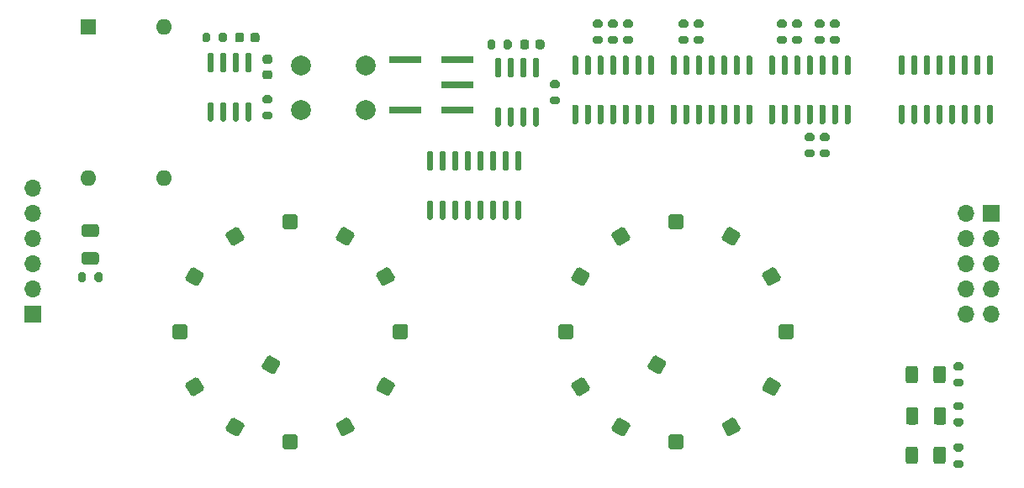
<source format=gbr>
%TF.GenerationSoftware,KiCad,Pcbnew,(5.1.10-1-10_14)*%
%TF.CreationDate,2021-09-11T23:53:04-04:00*%
%TF.ProjectId,clock,636c6f63-6b2e-46b6-9963-61645f706362,rev?*%
%TF.SameCoordinates,Original*%
%TF.FileFunction,Soldermask,Top*%
%TF.FilePolarity,Negative*%
%FSLAX46Y46*%
G04 Gerber Fmt 4.6, Leading zero omitted, Abs format (unit mm)*
G04 Created by KiCad (PCBNEW (5.1.10-1-10_14)) date 2021-09-11 23:53:04*
%MOMM*%
%LPD*%
G01*
G04 APERTURE LIST*
%ADD10R,1.600000X1.600000*%
%ADD11O,1.600000X1.600000*%
%ADD12R,3.180000X0.760000*%
%ADD13C,2.000000*%
%ADD14O,1.700000X1.700000*%
%ADD15R,1.700000X1.700000*%
G04 APERTURE END LIST*
%TO.C,U12*%
G36*
G01*
X132705000Y-116695000D02*
X132705000Y-116145000D01*
G75*
G02*
X132905000Y-115945000I200000J0D01*
G01*
X133305000Y-115945000D01*
G75*
G02*
X133505000Y-116145000I0J-200000D01*
G01*
X133505000Y-116695000D01*
G75*
G02*
X133305000Y-116895000I-200000J0D01*
G01*
X132905000Y-116895000D01*
G75*
G02*
X132705000Y-116695000I0J200000D01*
G01*
G37*
G36*
G01*
X131055000Y-116695000D02*
X131055000Y-116145000D01*
G75*
G02*
X131255000Y-115945000I200000J0D01*
G01*
X131655000Y-115945000D01*
G75*
G02*
X131855000Y-116145000I0J-200000D01*
G01*
X131855000Y-116695000D01*
G75*
G02*
X131655000Y-116895000I-200000J0D01*
G01*
X131255000Y-116895000D01*
G75*
G02*
X131055000Y-116695000I0J200000D01*
G01*
G37*
%TD*%
%TO.C,U11*%
G36*
G01*
X132899000Y-112351000D02*
X131649000Y-112351000D01*
G75*
G02*
X131399000Y-112101000I0J250000D01*
G01*
X131399000Y-111351000D01*
G75*
G02*
X131649000Y-111101000I250000J0D01*
G01*
X132899000Y-111101000D01*
G75*
G02*
X133149000Y-111351000I0J-250000D01*
G01*
X133149000Y-112101000D01*
G75*
G02*
X132899000Y-112351000I-250000J0D01*
G01*
G37*
G36*
G01*
X132899000Y-115151000D02*
X131649000Y-115151000D01*
G75*
G02*
X131399000Y-114901000I0J250000D01*
G01*
X131399000Y-114151000D01*
G75*
G02*
X131649000Y-113901000I250000J0D01*
G01*
X132899000Y-113901000D01*
G75*
G02*
X133149000Y-114151000I0J-250000D01*
G01*
X133149000Y-114901000D01*
G75*
G02*
X132899000Y-115151000I-250000J0D01*
G01*
G37*
%TD*%
%TO.C,U20*%
G36*
G01*
X144355000Y-91995000D02*
X144355000Y-92545000D01*
G75*
G02*
X144155000Y-92745000I-200000J0D01*
G01*
X143755000Y-92745000D01*
G75*
G02*
X143555000Y-92545000I0J200000D01*
G01*
X143555000Y-91995000D01*
G75*
G02*
X143755000Y-91795000I200000J0D01*
G01*
X144155000Y-91795000D01*
G75*
G02*
X144355000Y-91995000I0J-200000D01*
G01*
G37*
G36*
G01*
X146005000Y-91995000D02*
X146005000Y-92545000D01*
G75*
G02*
X145805000Y-92745000I-200000J0D01*
G01*
X145405000Y-92745000D01*
G75*
G02*
X145205000Y-92545000I0J200000D01*
G01*
X145205000Y-91995000D01*
G75*
G02*
X145405000Y-91795000I200000J0D01*
G01*
X145805000Y-91795000D01*
G75*
G02*
X146005000Y-91995000I0J-200000D01*
G01*
G37*
%TD*%
%TO.C,U23*%
G36*
G01*
X173505000Y-96290000D02*
X173205000Y-96290000D01*
G75*
G02*
X173055000Y-96140000I0J150000D01*
G01*
X173055000Y-94490000D01*
G75*
G02*
X173205000Y-94340000I150000J0D01*
G01*
X173505000Y-94340000D01*
G75*
G02*
X173655000Y-94490000I0J-150000D01*
G01*
X173655000Y-96140000D01*
G75*
G02*
X173505000Y-96290000I-150000J0D01*
G01*
G37*
G36*
G01*
X174775000Y-96290000D02*
X174475000Y-96290000D01*
G75*
G02*
X174325000Y-96140000I0J150000D01*
G01*
X174325000Y-94490000D01*
G75*
G02*
X174475000Y-94340000I150000J0D01*
G01*
X174775000Y-94340000D01*
G75*
G02*
X174925000Y-94490000I0J-150000D01*
G01*
X174925000Y-96140000D01*
G75*
G02*
X174775000Y-96290000I-150000J0D01*
G01*
G37*
G36*
G01*
X176045000Y-96290000D02*
X175745000Y-96290000D01*
G75*
G02*
X175595000Y-96140000I0J150000D01*
G01*
X175595000Y-94490000D01*
G75*
G02*
X175745000Y-94340000I150000J0D01*
G01*
X176045000Y-94340000D01*
G75*
G02*
X176195000Y-94490000I0J-150000D01*
G01*
X176195000Y-96140000D01*
G75*
G02*
X176045000Y-96290000I-150000J0D01*
G01*
G37*
G36*
G01*
X177315000Y-96290000D02*
X177015000Y-96290000D01*
G75*
G02*
X176865000Y-96140000I0J150000D01*
G01*
X176865000Y-94490000D01*
G75*
G02*
X177015000Y-94340000I150000J0D01*
G01*
X177315000Y-94340000D01*
G75*
G02*
X177465000Y-94490000I0J-150000D01*
G01*
X177465000Y-96140000D01*
G75*
G02*
X177315000Y-96290000I-150000J0D01*
G01*
G37*
G36*
G01*
X177315000Y-101240000D02*
X177015000Y-101240000D01*
G75*
G02*
X176865000Y-101090000I0J150000D01*
G01*
X176865000Y-99440000D01*
G75*
G02*
X177015000Y-99290000I150000J0D01*
G01*
X177315000Y-99290000D01*
G75*
G02*
X177465000Y-99440000I0J-150000D01*
G01*
X177465000Y-101090000D01*
G75*
G02*
X177315000Y-101240000I-150000J0D01*
G01*
G37*
G36*
G01*
X176045000Y-101240000D02*
X175745000Y-101240000D01*
G75*
G02*
X175595000Y-101090000I0J150000D01*
G01*
X175595000Y-99440000D01*
G75*
G02*
X175745000Y-99290000I150000J0D01*
G01*
X176045000Y-99290000D01*
G75*
G02*
X176195000Y-99440000I0J-150000D01*
G01*
X176195000Y-101090000D01*
G75*
G02*
X176045000Y-101240000I-150000J0D01*
G01*
G37*
G36*
G01*
X174775000Y-101240000D02*
X174475000Y-101240000D01*
G75*
G02*
X174325000Y-101090000I0J150000D01*
G01*
X174325000Y-99440000D01*
G75*
G02*
X174475000Y-99290000I150000J0D01*
G01*
X174775000Y-99290000D01*
G75*
G02*
X174925000Y-99440000I0J-150000D01*
G01*
X174925000Y-101090000D01*
G75*
G02*
X174775000Y-101240000I-150000J0D01*
G01*
G37*
G36*
G01*
X173505000Y-101240000D02*
X173205000Y-101240000D01*
G75*
G02*
X173055000Y-101090000I0J150000D01*
G01*
X173055000Y-99440000D01*
G75*
G02*
X173205000Y-99290000I150000J0D01*
G01*
X173505000Y-99290000D01*
G75*
G02*
X173655000Y-99440000I0J-150000D01*
G01*
X173655000Y-101090000D01*
G75*
G02*
X173505000Y-101240000I-150000J0D01*
G01*
G37*
%TD*%
%TO.C,U22*%
G36*
G01*
X179345000Y-97365000D02*
X178795000Y-97365000D01*
G75*
G02*
X178595000Y-97165000I0J200000D01*
G01*
X178595000Y-96765000D01*
G75*
G02*
X178795000Y-96565000I200000J0D01*
G01*
X179345000Y-96565000D01*
G75*
G02*
X179545000Y-96765000I0J-200000D01*
G01*
X179545000Y-97165000D01*
G75*
G02*
X179345000Y-97365000I-200000J0D01*
G01*
G37*
G36*
G01*
X179345000Y-99015000D02*
X178795000Y-99015000D01*
G75*
G02*
X178595000Y-98815000I0J200000D01*
G01*
X178595000Y-98415000D01*
G75*
G02*
X178795000Y-98215000I200000J0D01*
G01*
X179345000Y-98215000D01*
G75*
G02*
X179545000Y-98415000I0J-200000D01*
G01*
X179545000Y-98815000D01*
G75*
G02*
X179345000Y-99015000I-200000J0D01*
G01*
G37*
%TD*%
%TO.C,U21*%
G36*
G01*
X173907000Y-93239000D02*
X173907000Y-92689000D01*
G75*
G02*
X174107000Y-92489000I200000J0D01*
G01*
X174507000Y-92489000D01*
G75*
G02*
X174707000Y-92689000I0J-200000D01*
G01*
X174707000Y-93239000D01*
G75*
G02*
X174507000Y-93439000I-200000J0D01*
G01*
X174107000Y-93439000D01*
G75*
G02*
X173907000Y-93239000I0J200000D01*
G01*
G37*
G36*
G01*
X172257000Y-93239000D02*
X172257000Y-92689000D01*
G75*
G02*
X172457000Y-92489000I200000J0D01*
G01*
X172857000Y-92489000D01*
G75*
G02*
X173057000Y-92689000I0J-200000D01*
G01*
X173057000Y-93239000D01*
G75*
G02*
X172857000Y-93439000I-200000J0D01*
G01*
X172457000Y-93439000D01*
G75*
G02*
X172257000Y-93239000I0J200000D01*
G01*
G37*
%TD*%
%TO.C,U19*%
G36*
G01*
X144549000Y-95782000D02*
X144249000Y-95782000D01*
G75*
G02*
X144099000Y-95632000I0J150000D01*
G01*
X144099000Y-93982000D01*
G75*
G02*
X144249000Y-93832000I150000J0D01*
G01*
X144549000Y-93832000D01*
G75*
G02*
X144699000Y-93982000I0J-150000D01*
G01*
X144699000Y-95632000D01*
G75*
G02*
X144549000Y-95782000I-150000J0D01*
G01*
G37*
G36*
G01*
X145819000Y-95782000D02*
X145519000Y-95782000D01*
G75*
G02*
X145369000Y-95632000I0J150000D01*
G01*
X145369000Y-93982000D01*
G75*
G02*
X145519000Y-93832000I150000J0D01*
G01*
X145819000Y-93832000D01*
G75*
G02*
X145969000Y-93982000I0J-150000D01*
G01*
X145969000Y-95632000D01*
G75*
G02*
X145819000Y-95782000I-150000J0D01*
G01*
G37*
G36*
G01*
X147089000Y-95782000D02*
X146789000Y-95782000D01*
G75*
G02*
X146639000Y-95632000I0J150000D01*
G01*
X146639000Y-93982000D01*
G75*
G02*
X146789000Y-93832000I150000J0D01*
G01*
X147089000Y-93832000D01*
G75*
G02*
X147239000Y-93982000I0J-150000D01*
G01*
X147239000Y-95632000D01*
G75*
G02*
X147089000Y-95782000I-150000J0D01*
G01*
G37*
G36*
G01*
X148359000Y-95782000D02*
X148059000Y-95782000D01*
G75*
G02*
X147909000Y-95632000I0J150000D01*
G01*
X147909000Y-93982000D01*
G75*
G02*
X148059000Y-93832000I150000J0D01*
G01*
X148359000Y-93832000D01*
G75*
G02*
X148509000Y-93982000I0J-150000D01*
G01*
X148509000Y-95632000D01*
G75*
G02*
X148359000Y-95782000I-150000J0D01*
G01*
G37*
G36*
G01*
X148359000Y-100732000D02*
X148059000Y-100732000D01*
G75*
G02*
X147909000Y-100582000I0J150000D01*
G01*
X147909000Y-98932000D01*
G75*
G02*
X148059000Y-98782000I150000J0D01*
G01*
X148359000Y-98782000D01*
G75*
G02*
X148509000Y-98932000I0J-150000D01*
G01*
X148509000Y-100582000D01*
G75*
G02*
X148359000Y-100732000I-150000J0D01*
G01*
G37*
G36*
G01*
X147089000Y-100732000D02*
X146789000Y-100732000D01*
G75*
G02*
X146639000Y-100582000I0J150000D01*
G01*
X146639000Y-98932000D01*
G75*
G02*
X146789000Y-98782000I150000J0D01*
G01*
X147089000Y-98782000D01*
G75*
G02*
X147239000Y-98932000I0J-150000D01*
G01*
X147239000Y-100582000D01*
G75*
G02*
X147089000Y-100732000I-150000J0D01*
G01*
G37*
G36*
G01*
X145819000Y-100732000D02*
X145519000Y-100732000D01*
G75*
G02*
X145369000Y-100582000I0J150000D01*
G01*
X145369000Y-98932000D01*
G75*
G02*
X145519000Y-98782000I150000J0D01*
G01*
X145819000Y-98782000D01*
G75*
G02*
X145969000Y-98932000I0J-150000D01*
G01*
X145969000Y-100582000D01*
G75*
G02*
X145819000Y-100732000I-150000J0D01*
G01*
G37*
G36*
G01*
X144549000Y-100732000D02*
X144249000Y-100732000D01*
G75*
G02*
X144099000Y-100582000I0J150000D01*
G01*
X144099000Y-98932000D01*
G75*
G02*
X144249000Y-98782000I150000J0D01*
G01*
X144549000Y-98782000D01*
G75*
G02*
X144699000Y-98932000I0J-150000D01*
G01*
X144699000Y-100582000D01*
G75*
G02*
X144549000Y-100732000I-150000J0D01*
G01*
G37*
%TD*%
%TO.C,U13*%
G36*
G01*
X150389000Y-98889000D02*
X149839000Y-98889000D01*
G75*
G02*
X149639000Y-98689000I0J200000D01*
G01*
X149639000Y-98289000D01*
G75*
G02*
X149839000Y-98089000I200000J0D01*
G01*
X150389000Y-98089000D01*
G75*
G02*
X150589000Y-98289000I0J-200000D01*
G01*
X150589000Y-98689000D01*
G75*
G02*
X150389000Y-98889000I-200000J0D01*
G01*
G37*
G36*
G01*
X150389000Y-100539000D02*
X149839000Y-100539000D01*
G75*
G02*
X149639000Y-100339000I0J200000D01*
G01*
X149639000Y-99939000D01*
G75*
G02*
X149839000Y-99739000I200000J0D01*
G01*
X150389000Y-99739000D01*
G75*
G02*
X150589000Y-99939000I0J-200000D01*
G01*
X150589000Y-100339000D01*
G75*
G02*
X150389000Y-100539000I-200000J0D01*
G01*
G37*
%TD*%
%TO.C,U3*%
G36*
G01*
X214145000Y-96036000D02*
X213845000Y-96036000D01*
G75*
G02*
X213695000Y-95886000I0J150000D01*
G01*
X213695000Y-94236000D01*
G75*
G02*
X213845000Y-94086000I150000J0D01*
G01*
X214145000Y-94086000D01*
G75*
G02*
X214295000Y-94236000I0J-150000D01*
G01*
X214295000Y-95886000D01*
G75*
G02*
X214145000Y-96036000I-150000J0D01*
G01*
G37*
G36*
G01*
X215415000Y-96036000D02*
X215115000Y-96036000D01*
G75*
G02*
X214965000Y-95886000I0J150000D01*
G01*
X214965000Y-94236000D01*
G75*
G02*
X215115000Y-94086000I150000J0D01*
G01*
X215415000Y-94086000D01*
G75*
G02*
X215565000Y-94236000I0J-150000D01*
G01*
X215565000Y-95886000D01*
G75*
G02*
X215415000Y-96036000I-150000J0D01*
G01*
G37*
G36*
G01*
X216685000Y-96036000D02*
X216385000Y-96036000D01*
G75*
G02*
X216235000Y-95886000I0J150000D01*
G01*
X216235000Y-94236000D01*
G75*
G02*
X216385000Y-94086000I150000J0D01*
G01*
X216685000Y-94086000D01*
G75*
G02*
X216835000Y-94236000I0J-150000D01*
G01*
X216835000Y-95886000D01*
G75*
G02*
X216685000Y-96036000I-150000J0D01*
G01*
G37*
G36*
G01*
X217955000Y-96036000D02*
X217655000Y-96036000D01*
G75*
G02*
X217505000Y-95886000I0J150000D01*
G01*
X217505000Y-94236000D01*
G75*
G02*
X217655000Y-94086000I150000J0D01*
G01*
X217955000Y-94086000D01*
G75*
G02*
X218105000Y-94236000I0J-150000D01*
G01*
X218105000Y-95886000D01*
G75*
G02*
X217955000Y-96036000I-150000J0D01*
G01*
G37*
G36*
G01*
X219225000Y-96036000D02*
X218925000Y-96036000D01*
G75*
G02*
X218775000Y-95886000I0J150000D01*
G01*
X218775000Y-94236000D01*
G75*
G02*
X218925000Y-94086000I150000J0D01*
G01*
X219225000Y-94086000D01*
G75*
G02*
X219375000Y-94236000I0J-150000D01*
G01*
X219375000Y-95886000D01*
G75*
G02*
X219225000Y-96036000I-150000J0D01*
G01*
G37*
G36*
G01*
X220495000Y-96036000D02*
X220195000Y-96036000D01*
G75*
G02*
X220045000Y-95886000I0J150000D01*
G01*
X220045000Y-94236000D01*
G75*
G02*
X220195000Y-94086000I150000J0D01*
G01*
X220495000Y-94086000D01*
G75*
G02*
X220645000Y-94236000I0J-150000D01*
G01*
X220645000Y-95886000D01*
G75*
G02*
X220495000Y-96036000I-150000J0D01*
G01*
G37*
G36*
G01*
X221765000Y-96036000D02*
X221465000Y-96036000D01*
G75*
G02*
X221315000Y-95886000I0J150000D01*
G01*
X221315000Y-94236000D01*
G75*
G02*
X221465000Y-94086000I150000J0D01*
G01*
X221765000Y-94086000D01*
G75*
G02*
X221915000Y-94236000I0J-150000D01*
G01*
X221915000Y-95886000D01*
G75*
G02*
X221765000Y-96036000I-150000J0D01*
G01*
G37*
G36*
G01*
X223035000Y-96036000D02*
X222735000Y-96036000D01*
G75*
G02*
X222585000Y-95886000I0J150000D01*
G01*
X222585000Y-94236000D01*
G75*
G02*
X222735000Y-94086000I150000J0D01*
G01*
X223035000Y-94086000D01*
G75*
G02*
X223185000Y-94236000I0J-150000D01*
G01*
X223185000Y-95886000D01*
G75*
G02*
X223035000Y-96036000I-150000J0D01*
G01*
G37*
G36*
G01*
X223035000Y-100986000D02*
X222735000Y-100986000D01*
G75*
G02*
X222585000Y-100836000I0J150000D01*
G01*
X222585000Y-99186000D01*
G75*
G02*
X222735000Y-99036000I150000J0D01*
G01*
X223035000Y-99036000D01*
G75*
G02*
X223185000Y-99186000I0J-150000D01*
G01*
X223185000Y-100836000D01*
G75*
G02*
X223035000Y-100986000I-150000J0D01*
G01*
G37*
G36*
G01*
X221765000Y-100986000D02*
X221465000Y-100986000D01*
G75*
G02*
X221315000Y-100836000I0J150000D01*
G01*
X221315000Y-99186000D01*
G75*
G02*
X221465000Y-99036000I150000J0D01*
G01*
X221765000Y-99036000D01*
G75*
G02*
X221915000Y-99186000I0J-150000D01*
G01*
X221915000Y-100836000D01*
G75*
G02*
X221765000Y-100986000I-150000J0D01*
G01*
G37*
G36*
G01*
X220495000Y-100986000D02*
X220195000Y-100986000D01*
G75*
G02*
X220045000Y-100836000I0J150000D01*
G01*
X220045000Y-99186000D01*
G75*
G02*
X220195000Y-99036000I150000J0D01*
G01*
X220495000Y-99036000D01*
G75*
G02*
X220645000Y-99186000I0J-150000D01*
G01*
X220645000Y-100836000D01*
G75*
G02*
X220495000Y-100986000I-150000J0D01*
G01*
G37*
G36*
G01*
X219225000Y-100986000D02*
X218925000Y-100986000D01*
G75*
G02*
X218775000Y-100836000I0J150000D01*
G01*
X218775000Y-99186000D01*
G75*
G02*
X218925000Y-99036000I150000J0D01*
G01*
X219225000Y-99036000D01*
G75*
G02*
X219375000Y-99186000I0J-150000D01*
G01*
X219375000Y-100836000D01*
G75*
G02*
X219225000Y-100986000I-150000J0D01*
G01*
G37*
G36*
G01*
X217955000Y-100986000D02*
X217655000Y-100986000D01*
G75*
G02*
X217505000Y-100836000I0J150000D01*
G01*
X217505000Y-99186000D01*
G75*
G02*
X217655000Y-99036000I150000J0D01*
G01*
X217955000Y-99036000D01*
G75*
G02*
X218105000Y-99186000I0J-150000D01*
G01*
X218105000Y-100836000D01*
G75*
G02*
X217955000Y-100986000I-150000J0D01*
G01*
G37*
G36*
G01*
X216685000Y-100986000D02*
X216385000Y-100986000D01*
G75*
G02*
X216235000Y-100836000I0J150000D01*
G01*
X216235000Y-99186000D01*
G75*
G02*
X216385000Y-99036000I150000J0D01*
G01*
X216685000Y-99036000D01*
G75*
G02*
X216835000Y-99186000I0J-150000D01*
G01*
X216835000Y-100836000D01*
G75*
G02*
X216685000Y-100986000I-150000J0D01*
G01*
G37*
G36*
G01*
X215415000Y-100986000D02*
X215115000Y-100986000D01*
G75*
G02*
X214965000Y-100836000I0J150000D01*
G01*
X214965000Y-99186000D01*
G75*
G02*
X215115000Y-99036000I150000J0D01*
G01*
X215415000Y-99036000D01*
G75*
G02*
X215565000Y-99186000I0J-150000D01*
G01*
X215565000Y-100836000D01*
G75*
G02*
X215415000Y-100986000I-150000J0D01*
G01*
G37*
G36*
G01*
X214145000Y-100986000D02*
X213845000Y-100986000D01*
G75*
G02*
X213695000Y-100836000I0J150000D01*
G01*
X213695000Y-99186000D01*
G75*
G02*
X213845000Y-99036000I150000J0D01*
G01*
X214145000Y-99036000D01*
G75*
G02*
X214295000Y-99186000I0J-150000D01*
G01*
X214295000Y-100836000D01*
G75*
G02*
X214145000Y-100986000I-150000J0D01*
G01*
G37*
%TD*%
%TO.C,U2*%
G36*
G01*
X166647000Y-105688000D02*
X166347000Y-105688000D01*
G75*
G02*
X166197000Y-105538000I0J150000D01*
G01*
X166197000Y-103888000D01*
G75*
G02*
X166347000Y-103738000I150000J0D01*
G01*
X166647000Y-103738000D01*
G75*
G02*
X166797000Y-103888000I0J-150000D01*
G01*
X166797000Y-105538000D01*
G75*
G02*
X166647000Y-105688000I-150000J0D01*
G01*
G37*
G36*
G01*
X167917000Y-105688000D02*
X167617000Y-105688000D01*
G75*
G02*
X167467000Y-105538000I0J150000D01*
G01*
X167467000Y-103888000D01*
G75*
G02*
X167617000Y-103738000I150000J0D01*
G01*
X167917000Y-103738000D01*
G75*
G02*
X168067000Y-103888000I0J-150000D01*
G01*
X168067000Y-105538000D01*
G75*
G02*
X167917000Y-105688000I-150000J0D01*
G01*
G37*
G36*
G01*
X169187000Y-105688000D02*
X168887000Y-105688000D01*
G75*
G02*
X168737000Y-105538000I0J150000D01*
G01*
X168737000Y-103888000D01*
G75*
G02*
X168887000Y-103738000I150000J0D01*
G01*
X169187000Y-103738000D01*
G75*
G02*
X169337000Y-103888000I0J-150000D01*
G01*
X169337000Y-105538000D01*
G75*
G02*
X169187000Y-105688000I-150000J0D01*
G01*
G37*
G36*
G01*
X170457000Y-105688000D02*
X170157000Y-105688000D01*
G75*
G02*
X170007000Y-105538000I0J150000D01*
G01*
X170007000Y-103888000D01*
G75*
G02*
X170157000Y-103738000I150000J0D01*
G01*
X170457000Y-103738000D01*
G75*
G02*
X170607000Y-103888000I0J-150000D01*
G01*
X170607000Y-105538000D01*
G75*
G02*
X170457000Y-105688000I-150000J0D01*
G01*
G37*
G36*
G01*
X171727000Y-105688000D02*
X171427000Y-105688000D01*
G75*
G02*
X171277000Y-105538000I0J150000D01*
G01*
X171277000Y-103888000D01*
G75*
G02*
X171427000Y-103738000I150000J0D01*
G01*
X171727000Y-103738000D01*
G75*
G02*
X171877000Y-103888000I0J-150000D01*
G01*
X171877000Y-105538000D01*
G75*
G02*
X171727000Y-105688000I-150000J0D01*
G01*
G37*
G36*
G01*
X172997000Y-105688000D02*
X172697000Y-105688000D01*
G75*
G02*
X172547000Y-105538000I0J150000D01*
G01*
X172547000Y-103888000D01*
G75*
G02*
X172697000Y-103738000I150000J0D01*
G01*
X172997000Y-103738000D01*
G75*
G02*
X173147000Y-103888000I0J-150000D01*
G01*
X173147000Y-105538000D01*
G75*
G02*
X172997000Y-105688000I-150000J0D01*
G01*
G37*
G36*
G01*
X174267000Y-105688000D02*
X173967000Y-105688000D01*
G75*
G02*
X173817000Y-105538000I0J150000D01*
G01*
X173817000Y-103888000D01*
G75*
G02*
X173967000Y-103738000I150000J0D01*
G01*
X174267000Y-103738000D01*
G75*
G02*
X174417000Y-103888000I0J-150000D01*
G01*
X174417000Y-105538000D01*
G75*
G02*
X174267000Y-105688000I-150000J0D01*
G01*
G37*
G36*
G01*
X175537000Y-105688000D02*
X175237000Y-105688000D01*
G75*
G02*
X175087000Y-105538000I0J150000D01*
G01*
X175087000Y-103888000D01*
G75*
G02*
X175237000Y-103738000I150000J0D01*
G01*
X175537000Y-103738000D01*
G75*
G02*
X175687000Y-103888000I0J-150000D01*
G01*
X175687000Y-105538000D01*
G75*
G02*
X175537000Y-105688000I-150000J0D01*
G01*
G37*
G36*
G01*
X175537000Y-110638000D02*
X175237000Y-110638000D01*
G75*
G02*
X175087000Y-110488000I0J150000D01*
G01*
X175087000Y-108838000D01*
G75*
G02*
X175237000Y-108688000I150000J0D01*
G01*
X175537000Y-108688000D01*
G75*
G02*
X175687000Y-108838000I0J-150000D01*
G01*
X175687000Y-110488000D01*
G75*
G02*
X175537000Y-110638000I-150000J0D01*
G01*
G37*
G36*
G01*
X174267000Y-110638000D02*
X173967000Y-110638000D01*
G75*
G02*
X173817000Y-110488000I0J150000D01*
G01*
X173817000Y-108838000D01*
G75*
G02*
X173967000Y-108688000I150000J0D01*
G01*
X174267000Y-108688000D01*
G75*
G02*
X174417000Y-108838000I0J-150000D01*
G01*
X174417000Y-110488000D01*
G75*
G02*
X174267000Y-110638000I-150000J0D01*
G01*
G37*
G36*
G01*
X172997000Y-110638000D02*
X172697000Y-110638000D01*
G75*
G02*
X172547000Y-110488000I0J150000D01*
G01*
X172547000Y-108838000D01*
G75*
G02*
X172697000Y-108688000I150000J0D01*
G01*
X172997000Y-108688000D01*
G75*
G02*
X173147000Y-108838000I0J-150000D01*
G01*
X173147000Y-110488000D01*
G75*
G02*
X172997000Y-110638000I-150000J0D01*
G01*
G37*
G36*
G01*
X171727000Y-110638000D02*
X171427000Y-110638000D01*
G75*
G02*
X171277000Y-110488000I0J150000D01*
G01*
X171277000Y-108838000D01*
G75*
G02*
X171427000Y-108688000I150000J0D01*
G01*
X171727000Y-108688000D01*
G75*
G02*
X171877000Y-108838000I0J-150000D01*
G01*
X171877000Y-110488000D01*
G75*
G02*
X171727000Y-110638000I-150000J0D01*
G01*
G37*
G36*
G01*
X170457000Y-110638000D02*
X170157000Y-110638000D01*
G75*
G02*
X170007000Y-110488000I0J150000D01*
G01*
X170007000Y-108838000D01*
G75*
G02*
X170157000Y-108688000I150000J0D01*
G01*
X170457000Y-108688000D01*
G75*
G02*
X170607000Y-108838000I0J-150000D01*
G01*
X170607000Y-110488000D01*
G75*
G02*
X170457000Y-110638000I-150000J0D01*
G01*
G37*
G36*
G01*
X169187000Y-110638000D02*
X168887000Y-110638000D01*
G75*
G02*
X168737000Y-110488000I0J150000D01*
G01*
X168737000Y-108838000D01*
G75*
G02*
X168887000Y-108688000I150000J0D01*
G01*
X169187000Y-108688000D01*
G75*
G02*
X169337000Y-108838000I0J-150000D01*
G01*
X169337000Y-110488000D01*
G75*
G02*
X169187000Y-110638000I-150000J0D01*
G01*
G37*
G36*
G01*
X167917000Y-110638000D02*
X167617000Y-110638000D01*
G75*
G02*
X167467000Y-110488000I0J150000D01*
G01*
X167467000Y-108838000D01*
G75*
G02*
X167617000Y-108688000I150000J0D01*
G01*
X167917000Y-108688000D01*
G75*
G02*
X168067000Y-108838000I0J-150000D01*
G01*
X168067000Y-110488000D01*
G75*
G02*
X167917000Y-110638000I-150000J0D01*
G01*
G37*
G36*
G01*
X166647000Y-110638000D02*
X166347000Y-110638000D01*
G75*
G02*
X166197000Y-110488000I0J150000D01*
G01*
X166197000Y-108838000D01*
G75*
G02*
X166347000Y-108688000I150000J0D01*
G01*
X166647000Y-108688000D01*
G75*
G02*
X166797000Y-108838000I0J-150000D01*
G01*
X166797000Y-110488000D01*
G75*
G02*
X166647000Y-110638000I-150000J0D01*
G01*
G37*
%TD*%
D10*
%TO.C,U1*%
X132080000Y-91186000D03*
D11*
X139700000Y-106426000D03*
X132080000Y-106426000D03*
X139700000Y-91186000D03*
%TD*%
D12*
%TO.C,SW4*%
X169224000Y-94488000D03*
X164024000Y-94488000D03*
X164024000Y-99568000D03*
X169224000Y-99568000D03*
X169224000Y-97028000D03*
%TD*%
D13*
%TO.C,SW3*%
X153520000Y-99568000D03*
X153520000Y-95068000D03*
X160020000Y-99568000D03*
X160020000Y-95068000D03*
%TD*%
%TO.C,SW2*%
G36*
G01*
X188395910Y-125360213D02*
X188958266Y-124386183D01*
G75*
G02*
X189230985Y-124313108I172897J-99822D01*
G01*
X190205015Y-124875464D01*
G75*
G02*
X190278090Y-125148183I-99822J-172897D01*
G01*
X189715734Y-126122213D01*
G75*
G02*
X189443015Y-126195288I-172897J99822D01*
G01*
X188468985Y-125632932D01*
G75*
G02*
X188395910Y-125360213I99822J172897D01*
G01*
G37*
G36*
G01*
X184779570Y-131643897D02*
X185341926Y-130669867D01*
G75*
G02*
X185614645Y-130596792I172897J-99822D01*
G01*
X186588675Y-131159148D01*
G75*
G02*
X186661750Y-131431867I-99822J-172897D01*
G01*
X186099394Y-132405897D01*
G75*
G02*
X185826675Y-132478972I-172897J99822D01*
G01*
X184852645Y-131916616D01*
G75*
G02*
X184779570Y-131643897I99822J172897D01*
G01*
G37*
G36*
G01*
X180786103Y-127099926D02*
X181760133Y-126537570D01*
G75*
G02*
X182032852Y-126610645I99822J-172897D01*
G01*
X182595208Y-127584675D01*
G75*
G02*
X182522133Y-127857394I-172897J-99822D01*
G01*
X181548103Y-128419750D01*
G75*
G02*
X181275384Y-128346675I-99822J172897D01*
G01*
X180713028Y-127372645D01*
G75*
G02*
X180786103Y-127099926I172897J99822D01*
G01*
G37*
G36*
G01*
X179599644Y-121168000D02*
X180724356Y-121168000D01*
G75*
G02*
X180924000Y-121367644I0J-199644D01*
G01*
X180924000Y-122492356D01*
G75*
G02*
X180724356Y-122692000I-199644J0D01*
G01*
X179599644Y-122692000D01*
G75*
G02*
X179400000Y-122492356I0J199644D01*
G01*
X179400000Y-121367644D01*
G75*
G02*
X179599644Y-121168000I199644J0D01*
G01*
G37*
G36*
G01*
X181538103Y-115437570D02*
X182512133Y-115999926D01*
G75*
G02*
X182585208Y-116272645I-99822J-172897D01*
G01*
X182022852Y-117246675D01*
G75*
G02*
X181750133Y-117319750I-172897J99822D01*
G01*
X180776103Y-116757394D01*
G75*
G02*
X180703028Y-116484675I99822J172897D01*
G01*
X181265384Y-115510645D01*
G75*
G02*
X181538103Y-115437570I172897J-99822D01*
G01*
G37*
G36*
G01*
X186082074Y-111444103D02*
X186644430Y-112418133D01*
G75*
G02*
X186571355Y-112690852I-172897J-99822D01*
G01*
X185597325Y-113253208D01*
G75*
G02*
X185324606Y-113180133I-99822J172897D01*
G01*
X184762250Y-112206103D01*
G75*
G02*
X184835325Y-111933384I172897J99822D01*
G01*
X185809355Y-111371028D01*
G75*
G02*
X186082074Y-111444103I99822J-172897D01*
G01*
G37*
G36*
G01*
X192014000Y-110257644D02*
X192014000Y-111382356D01*
G75*
G02*
X191814356Y-111582000I-199644J0D01*
G01*
X190689644Y-111582000D01*
G75*
G02*
X190490000Y-111382356I0J199644D01*
G01*
X190490000Y-110257644D01*
G75*
G02*
X190689644Y-110058000I199644J0D01*
G01*
X191814356Y-110058000D01*
G75*
G02*
X192014000Y-110257644I0J-199644D01*
G01*
G37*
G36*
G01*
X197744430Y-112196103D02*
X197182074Y-113170133D01*
G75*
G02*
X196909355Y-113243208I-172897J99822D01*
G01*
X195935325Y-112680852D01*
G75*
G02*
X195862250Y-112408133I99822J172897D01*
G01*
X196424606Y-111434103D01*
G75*
G02*
X196697325Y-111361028I172897J-99822D01*
G01*
X197671355Y-111923384D01*
G75*
G02*
X197744430Y-112196103I-99822J-172897D01*
G01*
G37*
G36*
G01*
X201737897Y-116740074D02*
X200763867Y-117302430D01*
G75*
G02*
X200491148Y-117229355I-99822J172897D01*
G01*
X199928792Y-116255325D01*
G75*
G02*
X200001867Y-115982606I172897J99822D01*
G01*
X200975897Y-115420250D01*
G75*
G02*
X201248616Y-115493325I99822J-172897D01*
G01*
X201810972Y-116467355D01*
G75*
G02*
X201737897Y-116740074I-172897J-99822D01*
G01*
G37*
G36*
G01*
X202924356Y-122672000D02*
X201799644Y-122672000D01*
G75*
G02*
X201600000Y-122472356I0J199644D01*
G01*
X201600000Y-121347644D01*
G75*
G02*
X201799644Y-121148000I199644J0D01*
G01*
X202924356Y-121148000D01*
G75*
G02*
X203124000Y-121347644I0J-199644D01*
G01*
X203124000Y-122472356D01*
G75*
G02*
X202924356Y-122672000I-199644J0D01*
G01*
G37*
G36*
G01*
X200985897Y-128402430D02*
X200011867Y-127840074D01*
G75*
G02*
X199938792Y-127567355I99822J172897D01*
G01*
X200501148Y-126593325D01*
G75*
G02*
X200773867Y-126520250I172897J-99822D01*
G01*
X201747897Y-127082606D01*
G75*
G02*
X201820972Y-127355325I-99822J-172897D01*
G01*
X201258616Y-128329355D01*
G75*
G02*
X200985897Y-128402430I-172897J99822D01*
G01*
G37*
G36*
G01*
X196441926Y-132395897D02*
X195879570Y-131421867D01*
G75*
G02*
X195952645Y-131149148I172897J99822D01*
G01*
X196926675Y-130586792D01*
G75*
G02*
X197199394Y-130659867I99822J-172897D01*
G01*
X197761750Y-131633897D01*
G75*
G02*
X197688675Y-131906616I-172897J-99822D01*
G01*
X196714645Y-132468972D01*
G75*
G02*
X196441926Y-132395897I-99822J172897D01*
G01*
G37*
G36*
G01*
X190510000Y-133582356D02*
X190510000Y-132457644D01*
G75*
G02*
X190709644Y-132258000I199644J0D01*
G01*
X191834356Y-132258000D01*
G75*
G02*
X192034000Y-132457644I0J-199644D01*
G01*
X192034000Y-133582356D01*
G75*
G02*
X191834356Y-133782000I-199644J0D01*
G01*
X190709644Y-133782000D01*
G75*
G02*
X190510000Y-133582356I0J199644D01*
G01*
G37*
%TD*%
%TO.C,SW1*%
G36*
G01*
X149533910Y-125360213D02*
X150096266Y-124386183D01*
G75*
G02*
X150368985Y-124313108I172897J-99822D01*
G01*
X151343015Y-124875464D01*
G75*
G02*
X151416090Y-125148183I-99822J-172897D01*
G01*
X150853734Y-126122213D01*
G75*
G02*
X150581015Y-126195288I-172897J99822D01*
G01*
X149606985Y-125632932D01*
G75*
G02*
X149533910Y-125360213I99822J172897D01*
G01*
G37*
G36*
G01*
X145917570Y-131643897D02*
X146479926Y-130669867D01*
G75*
G02*
X146752645Y-130596792I172897J-99822D01*
G01*
X147726675Y-131159148D01*
G75*
G02*
X147799750Y-131431867I-99822J-172897D01*
G01*
X147237394Y-132405897D01*
G75*
G02*
X146964675Y-132478972I-172897J99822D01*
G01*
X145990645Y-131916616D01*
G75*
G02*
X145917570Y-131643897I99822J172897D01*
G01*
G37*
G36*
G01*
X141924103Y-127099926D02*
X142898133Y-126537570D01*
G75*
G02*
X143170852Y-126610645I99822J-172897D01*
G01*
X143733208Y-127584675D01*
G75*
G02*
X143660133Y-127857394I-172897J-99822D01*
G01*
X142686103Y-128419750D01*
G75*
G02*
X142413384Y-128346675I-99822J172897D01*
G01*
X141851028Y-127372645D01*
G75*
G02*
X141924103Y-127099926I172897J99822D01*
G01*
G37*
G36*
G01*
X140737644Y-121168000D02*
X141862356Y-121168000D01*
G75*
G02*
X142062000Y-121367644I0J-199644D01*
G01*
X142062000Y-122492356D01*
G75*
G02*
X141862356Y-122692000I-199644J0D01*
G01*
X140737644Y-122692000D01*
G75*
G02*
X140538000Y-122492356I0J199644D01*
G01*
X140538000Y-121367644D01*
G75*
G02*
X140737644Y-121168000I199644J0D01*
G01*
G37*
G36*
G01*
X142676103Y-115437570D02*
X143650133Y-115999926D01*
G75*
G02*
X143723208Y-116272645I-99822J-172897D01*
G01*
X143160852Y-117246675D01*
G75*
G02*
X142888133Y-117319750I-172897J99822D01*
G01*
X141914103Y-116757394D01*
G75*
G02*
X141841028Y-116484675I99822J172897D01*
G01*
X142403384Y-115510645D01*
G75*
G02*
X142676103Y-115437570I172897J-99822D01*
G01*
G37*
G36*
G01*
X147220074Y-111444103D02*
X147782430Y-112418133D01*
G75*
G02*
X147709355Y-112690852I-172897J-99822D01*
G01*
X146735325Y-113253208D01*
G75*
G02*
X146462606Y-113180133I-99822J172897D01*
G01*
X145900250Y-112206103D01*
G75*
G02*
X145973325Y-111933384I172897J99822D01*
G01*
X146947355Y-111371028D01*
G75*
G02*
X147220074Y-111444103I99822J-172897D01*
G01*
G37*
G36*
G01*
X153152000Y-110257644D02*
X153152000Y-111382356D01*
G75*
G02*
X152952356Y-111582000I-199644J0D01*
G01*
X151827644Y-111582000D01*
G75*
G02*
X151628000Y-111382356I0J199644D01*
G01*
X151628000Y-110257644D01*
G75*
G02*
X151827644Y-110058000I199644J0D01*
G01*
X152952356Y-110058000D01*
G75*
G02*
X153152000Y-110257644I0J-199644D01*
G01*
G37*
G36*
G01*
X158882430Y-112196103D02*
X158320074Y-113170133D01*
G75*
G02*
X158047355Y-113243208I-172897J99822D01*
G01*
X157073325Y-112680852D01*
G75*
G02*
X157000250Y-112408133I99822J172897D01*
G01*
X157562606Y-111434103D01*
G75*
G02*
X157835325Y-111361028I172897J-99822D01*
G01*
X158809355Y-111923384D01*
G75*
G02*
X158882430Y-112196103I-99822J-172897D01*
G01*
G37*
G36*
G01*
X162875897Y-116740074D02*
X161901867Y-117302430D01*
G75*
G02*
X161629148Y-117229355I-99822J172897D01*
G01*
X161066792Y-116255325D01*
G75*
G02*
X161139867Y-115982606I172897J99822D01*
G01*
X162113897Y-115420250D01*
G75*
G02*
X162386616Y-115493325I99822J-172897D01*
G01*
X162948972Y-116467355D01*
G75*
G02*
X162875897Y-116740074I-172897J-99822D01*
G01*
G37*
G36*
G01*
X164062356Y-122672000D02*
X162937644Y-122672000D01*
G75*
G02*
X162738000Y-122472356I0J199644D01*
G01*
X162738000Y-121347644D01*
G75*
G02*
X162937644Y-121148000I199644J0D01*
G01*
X164062356Y-121148000D01*
G75*
G02*
X164262000Y-121347644I0J-199644D01*
G01*
X164262000Y-122472356D01*
G75*
G02*
X164062356Y-122672000I-199644J0D01*
G01*
G37*
G36*
G01*
X162123897Y-128402430D02*
X161149867Y-127840074D01*
G75*
G02*
X161076792Y-127567355I99822J172897D01*
G01*
X161639148Y-126593325D01*
G75*
G02*
X161911867Y-126520250I172897J-99822D01*
G01*
X162885897Y-127082606D01*
G75*
G02*
X162958972Y-127355325I-99822J-172897D01*
G01*
X162396616Y-128329355D01*
G75*
G02*
X162123897Y-128402430I-172897J99822D01*
G01*
G37*
G36*
G01*
X157579926Y-132395897D02*
X157017570Y-131421867D01*
G75*
G02*
X157090645Y-131149148I172897J99822D01*
G01*
X158064675Y-130586792D01*
G75*
G02*
X158337394Y-130659867I99822J-172897D01*
G01*
X158899750Y-131633897D01*
G75*
G02*
X158826675Y-131906616I-172897J-99822D01*
G01*
X157852645Y-132468972D01*
G75*
G02*
X157579926Y-132395897I-99822J172897D01*
G01*
G37*
G36*
G01*
X151648000Y-133582356D02*
X151648000Y-132457644D01*
G75*
G02*
X151847644Y-132258000I199644J0D01*
G01*
X152972356Y-132258000D01*
G75*
G02*
X153172000Y-132457644I0J-199644D01*
G01*
X153172000Y-133582356D01*
G75*
G02*
X152972356Y-133782000I-199644J0D01*
G01*
X151847644Y-133782000D01*
G75*
G02*
X151648000Y-133582356I0J199644D01*
G01*
G37*
%TD*%
%TO.C,C3*%
G36*
G01*
X177109000Y-93214000D02*
X177109000Y-92714000D01*
G75*
G02*
X177334000Y-92489000I225000J0D01*
G01*
X177784000Y-92489000D01*
G75*
G02*
X178009000Y-92714000I0J-225000D01*
G01*
X178009000Y-93214000D01*
G75*
G02*
X177784000Y-93439000I-225000J0D01*
G01*
X177334000Y-93439000D01*
G75*
G02*
X177109000Y-93214000I0J225000D01*
G01*
G37*
G36*
G01*
X175559000Y-93214000D02*
X175559000Y-92714000D01*
G75*
G02*
X175784000Y-92489000I225000J0D01*
G01*
X176234000Y-92489000D01*
G75*
G02*
X176459000Y-92714000I0J-225000D01*
G01*
X176459000Y-93214000D01*
G75*
G02*
X176234000Y-93439000I-225000J0D01*
G01*
X175784000Y-93439000D01*
G75*
G02*
X175559000Y-93214000I0J225000D01*
G01*
G37*
%TD*%
%TO.C,C2*%
G36*
G01*
X148407000Y-92520000D02*
X148407000Y-92020000D01*
G75*
G02*
X148632000Y-91795000I225000J0D01*
G01*
X149082000Y-91795000D01*
G75*
G02*
X149307000Y-92020000I0J-225000D01*
G01*
X149307000Y-92520000D01*
G75*
G02*
X149082000Y-92745000I-225000J0D01*
G01*
X148632000Y-92745000D01*
G75*
G02*
X148407000Y-92520000I0J225000D01*
G01*
G37*
G36*
G01*
X146857000Y-92520000D02*
X146857000Y-92020000D01*
G75*
G02*
X147082000Y-91795000I225000J0D01*
G01*
X147532000Y-91795000D01*
G75*
G02*
X147757000Y-92020000I0J-225000D01*
G01*
X147757000Y-92520000D01*
G75*
G02*
X147532000Y-92745000I-225000J0D01*
G01*
X147082000Y-92745000D01*
G75*
G02*
X146857000Y-92520000I0J225000D01*
G01*
G37*
%TD*%
%TO.C,C1*%
G36*
G01*
X149864000Y-95562000D02*
X150364000Y-95562000D01*
G75*
G02*
X150589000Y-95787000I0J-225000D01*
G01*
X150589000Y-96237000D01*
G75*
G02*
X150364000Y-96462000I-225000J0D01*
G01*
X149864000Y-96462000D01*
G75*
G02*
X149639000Y-96237000I0J225000D01*
G01*
X149639000Y-95787000D01*
G75*
G02*
X149864000Y-95562000I225000J0D01*
G01*
G37*
G36*
G01*
X149864000Y-94012000D02*
X150364000Y-94012000D01*
G75*
G02*
X150589000Y-94237000I0J-225000D01*
G01*
X150589000Y-94687000D01*
G75*
G02*
X150364000Y-94912000I-225000J0D01*
G01*
X149864000Y-94912000D01*
G75*
G02*
X149639000Y-94687000I0J225000D01*
G01*
X149639000Y-94237000D01*
G75*
G02*
X149864000Y-94012000I225000J0D01*
G01*
G37*
%TD*%
D14*
%TO.C,J2*%
X126492000Y-107442000D03*
X126492000Y-109982000D03*
X126492000Y-112522000D03*
X126492000Y-115062000D03*
X126492000Y-117602000D03*
D15*
X126492000Y-120142000D03*
%TD*%
D14*
%TO.C,J1*%
X220472000Y-120142000D03*
X223012000Y-120142000D03*
X220472000Y-117602000D03*
X223012000Y-117602000D03*
X220472000Y-115062000D03*
X223012000Y-115062000D03*
X220472000Y-112522000D03*
X223012000Y-112522000D03*
X220472000Y-109982000D03*
D15*
X223012000Y-109982000D03*
%TD*%
%TO.C,U9*%
G36*
G01*
X215633000Y-125613000D02*
X215633000Y-126863000D01*
G75*
G02*
X215383000Y-127113000I-250000J0D01*
G01*
X214633000Y-127113000D01*
G75*
G02*
X214383000Y-126863000I0J250000D01*
G01*
X214383000Y-125613000D01*
G75*
G02*
X214633000Y-125363000I250000J0D01*
G01*
X215383000Y-125363000D01*
G75*
G02*
X215633000Y-125613000I0J-250000D01*
G01*
G37*
G36*
G01*
X218433000Y-125613000D02*
X218433000Y-126863000D01*
G75*
G02*
X218183000Y-127113000I-250000J0D01*
G01*
X217433000Y-127113000D01*
G75*
G02*
X217183000Y-126863000I0J250000D01*
G01*
X217183000Y-125613000D01*
G75*
G02*
X217433000Y-125363000I250000J0D01*
G01*
X218183000Y-125363000D01*
G75*
G02*
X218433000Y-125613000I0J-250000D01*
G01*
G37*
%TD*%
%TO.C,U31*%
G36*
G01*
X202205000Y-91269000D02*
X201655000Y-91269000D01*
G75*
G02*
X201455000Y-91069000I0J200000D01*
G01*
X201455000Y-90669000D01*
G75*
G02*
X201655000Y-90469000I200000J0D01*
G01*
X202205000Y-90469000D01*
G75*
G02*
X202405000Y-90669000I0J-200000D01*
G01*
X202405000Y-91069000D01*
G75*
G02*
X202205000Y-91269000I-200000J0D01*
G01*
G37*
G36*
G01*
X202205000Y-92919000D02*
X201655000Y-92919000D01*
G75*
G02*
X201455000Y-92719000I0J200000D01*
G01*
X201455000Y-92319000D01*
G75*
G02*
X201655000Y-92119000I200000J0D01*
G01*
X202205000Y-92119000D01*
G75*
G02*
X202405000Y-92319000I0J-200000D01*
G01*
X202405000Y-92719000D01*
G75*
G02*
X202205000Y-92919000I-200000J0D01*
G01*
G37*
%TD*%
%TO.C,U30*%
G36*
G01*
X203729000Y-91269000D02*
X203179000Y-91269000D01*
G75*
G02*
X202979000Y-91069000I0J200000D01*
G01*
X202979000Y-90669000D01*
G75*
G02*
X203179000Y-90469000I200000J0D01*
G01*
X203729000Y-90469000D01*
G75*
G02*
X203929000Y-90669000I0J-200000D01*
G01*
X203929000Y-91069000D01*
G75*
G02*
X203729000Y-91269000I-200000J0D01*
G01*
G37*
G36*
G01*
X203729000Y-92919000D02*
X203179000Y-92919000D01*
G75*
G02*
X202979000Y-92719000I0J200000D01*
G01*
X202979000Y-92319000D01*
G75*
G02*
X203179000Y-92119000I200000J0D01*
G01*
X203729000Y-92119000D01*
G75*
G02*
X203929000Y-92319000I0J-200000D01*
G01*
X203929000Y-92719000D01*
G75*
G02*
X203729000Y-92919000I-200000J0D01*
G01*
G37*
%TD*%
%TO.C,U29*%
G36*
G01*
X206015000Y-91269000D02*
X205465000Y-91269000D01*
G75*
G02*
X205265000Y-91069000I0J200000D01*
G01*
X205265000Y-90669000D01*
G75*
G02*
X205465000Y-90469000I200000J0D01*
G01*
X206015000Y-90469000D01*
G75*
G02*
X206215000Y-90669000I0J-200000D01*
G01*
X206215000Y-91069000D01*
G75*
G02*
X206015000Y-91269000I-200000J0D01*
G01*
G37*
G36*
G01*
X206015000Y-92919000D02*
X205465000Y-92919000D01*
G75*
G02*
X205265000Y-92719000I0J200000D01*
G01*
X205265000Y-92319000D01*
G75*
G02*
X205465000Y-92119000I200000J0D01*
G01*
X206015000Y-92119000D01*
G75*
G02*
X206215000Y-92319000I0J-200000D01*
G01*
X206215000Y-92719000D01*
G75*
G02*
X206015000Y-92919000I-200000J0D01*
G01*
G37*
%TD*%
%TO.C,U28*%
G36*
G01*
X207539000Y-91269000D02*
X206989000Y-91269000D01*
G75*
G02*
X206789000Y-91069000I0J200000D01*
G01*
X206789000Y-90669000D01*
G75*
G02*
X206989000Y-90469000I200000J0D01*
G01*
X207539000Y-90469000D01*
G75*
G02*
X207739000Y-90669000I0J-200000D01*
G01*
X207739000Y-91069000D01*
G75*
G02*
X207539000Y-91269000I-200000J0D01*
G01*
G37*
G36*
G01*
X207539000Y-92919000D02*
X206989000Y-92919000D01*
G75*
G02*
X206789000Y-92719000I0J200000D01*
G01*
X206789000Y-92319000D01*
G75*
G02*
X206989000Y-92119000I200000J0D01*
G01*
X207539000Y-92119000D01*
G75*
G02*
X207739000Y-92319000I0J-200000D01*
G01*
X207739000Y-92719000D01*
G75*
G02*
X207539000Y-92919000I-200000J0D01*
G01*
G37*
%TD*%
%TO.C,U27*%
G36*
G01*
X205973000Y-103549000D02*
X206523000Y-103549000D01*
G75*
G02*
X206723000Y-103749000I0J-200000D01*
G01*
X206723000Y-104149000D01*
G75*
G02*
X206523000Y-104349000I-200000J0D01*
G01*
X205973000Y-104349000D01*
G75*
G02*
X205773000Y-104149000I0J200000D01*
G01*
X205773000Y-103749000D01*
G75*
G02*
X205973000Y-103549000I200000J0D01*
G01*
G37*
G36*
G01*
X205973000Y-101899000D02*
X206523000Y-101899000D01*
G75*
G02*
X206723000Y-102099000I0J-200000D01*
G01*
X206723000Y-102499000D01*
G75*
G02*
X206523000Y-102699000I-200000J0D01*
G01*
X205973000Y-102699000D01*
G75*
G02*
X205773000Y-102499000I0J200000D01*
G01*
X205773000Y-102099000D01*
G75*
G02*
X205973000Y-101899000I200000J0D01*
G01*
G37*
%TD*%
%TO.C,U26*%
G36*
G01*
X204449000Y-103549000D02*
X204999000Y-103549000D01*
G75*
G02*
X205199000Y-103749000I0J-200000D01*
G01*
X205199000Y-104149000D01*
G75*
G02*
X204999000Y-104349000I-200000J0D01*
G01*
X204449000Y-104349000D01*
G75*
G02*
X204249000Y-104149000I0J200000D01*
G01*
X204249000Y-103749000D01*
G75*
G02*
X204449000Y-103549000I200000J0D01*
G01*
G37*
G36*
G01*
X204449000Y-101899000D02*
X204999000Y-101899000D01*
G75*
G02*
X205199000Y-102099000I0J-200000D01*
G01*
X205199000Y-102499000D01*
G75*
G02*
X204999000Y-102699000I-200000J0D01*
G01*
X204449000Y-102699000D01*
G75*
G02*
X204249000Y-102499000I0J200000D01*
G01*
X204249000Y-102099000D01*
G75*
G02*
X204449000Y-101899000I200000J0D01*
G01*
G37*
%TD*%
%TO.C,U25*%
G36*
G01*
X192299000Y-91269000D02*
X191749000Y-91269000D01*
G75*
G02*
X191549000Y-91069000I0J200000D01*
G01*
X191549000Y-90669000D01*
G75*
G02*
X191749000Y-90469000I200000J0D01*
G01*
X192299000Y-90469000D01*
G75*
G02*
X192499000Y-90669000I0J-200000D01*
G01*
X192499000Y-91069000D01*
G75*
G02*
X192299000Y-91269000I-200000J0D01*
G01*
G37*
G36*
G01*
X192299000Y-92919000D02*
X191749000Y-92919000D01*
G75*
G02*
X191549000Y-92719000I0J200000D01*
G01*
X191549000Y-92319000D01*
G75*
G02*
X191749000Y-92119000I200000J0D01*
G01*
X192299000Y-92119000D01*
G75*
G02*
X192499000Y-92319000I0J-200000D01*
G01*
X192499000Y-92719000D01*
G75*
G02*
X192299000Y-92919000I-200000J0D01*
G01*
G37*
%TD*%
%TO.C,U24*%
G36*
G01*
X193823000Y-91269000D02*
X193273000Y-91269000D01*
G75*
G02*
X193073000Y-91069000I0J200000D01*
G01*
X193073000Y-90669000D01*
G75*
G02*
X193273000Y-90469000I200000J0D01*
G01*
X193823000Y-90469000D01*
G75*
G02*
X194023000Y-90669000I0J-200000D01*
G01*
X194023000Y-91069000D01*
G75*
G02*
X193823000Y-91269000I-200000J0D01*
G01*
G37*
G36*
G01*
X193823000Y-92919000D02*
X193273000Y-92919000D01*
G75*
G02*
X193073000Y-92719000I0J200000D01*
G01*
X193073000Y-92319000D01*
G75*
G02*
X193273000Y-92119000I200000J0D01*
G01*
X193823000Y-92119000D01*
G75*
G02*
X194023000Y-92319000I0J-200000D01*
G01*
X194023000Y-92719000D01*
G75*
G02*
X193823000Y-92919000I-200000J0D01*
G01*
G37*
%TD*%
%TO.C,U18*%
G36*
G01*
X201064000Y-96036000D02*
X200764000Y-96036000D01*
G75*
G02*
X200614000Y-95886000I0J150000D01*
G01*
X200614000Y-94236000D01*
G75*
G02*
X200764000Y-94086000I150000J0D01*
G01*
X201064000Y-94086000D01*
G75*
G02*
X201214000Y-94236000I0J-150000D01*
G01*
X201214000Y-95886000D01*
G75*
G02*
X201064000Y-96036000I-150000J0D01*
G01*
G37*
G36*
G01*
X202334000Y-96036000D02*
X202034000Y-96036000D01*
G75*
G02*
X201884000Y-95886000I0J150000D01*
G01*
X201884000Y-94236000D01*
G75*
G02*
X202034000Y-94086000I150000J0D01*
G01*
X202334000Y-94086000D01*
G75*
G02*
X202484000Y-94236000I0J-150000D01*
G01*
X202484000Y-95886000D01*
G75*
G02*
X202334000Y-96036000I-150000J0D01*
G01*
G37*
G36*
G01*
X203604000Y-96036000D02*
X203304000Y-96036000D01*
G75*
G02*
X203154000Y-95886000I0J150000D01*
G01*
X203154000Y-94236000D01*
G75*
G02*
X203304000Y-94086000I150000J0D01*
G01*
X203604000Y-94086000D01*
G75*
G02*
X203754000Y-94236000I0J-150000D01*
G01*
X203754000Y-95886000D01*
G75*
G02*
X203604000Y-96036000I-150000J0D01*
G01*
G37*
G36*
G01*
X204874000Y-96036000D02*
X204574000Y-96036000D01*
G75*
G02*
X204424000Y-95886000I0J150000D01*
G01*
X204424000Y-94236000D01*
G75*
G02*
X204574000Y-94086000I150000J0D01*
G01*
X204874000Y-94086000D01*
G75*
G02*
X205024000Y-94236000I0J-150000D01*
G01*
X205024000Y-95886000D01*
G75*
G02*
X204874000Y-96036000I-150000J0D01*
G01*
G37*
G36*
G01*
X206144000Y-96036000D02*
X205844000Y-96036000D01*
G75*
G02*
X205694000Y-95886000I0J150000D01*
G01*
X205694000Y-94236000D01*
G75*
G02*
X205844000Y-94086000I150000J0D01*
G01*
X206144000Y-94086000D01*
G75*
G02*
X206294000Y-94236000I0J-150000D01*
G01*
X206294000Y-95886000D01*
G75*
G02*
X206144000Y-96036000I-150000J0D01*
G01*
G37*
G36*
G01*
X207414000Y-96036000D02*
X207114000Y-96036000D01*
G75*
G02*
X206964000Y-95886000I0J150000D01*
G01*
X206964000Y-94236000D01*
G75*
G02*
X207114000Y-94086000I150000J0D01*
G01*
X207414000Y-94086000D01*
G75*
G02*
X207564000Y-94236000I0J-150000D01*
G01*
X207564000Y-95886000D01*
G75*
G02*
X207414000Y-96036000I-150000J0D01*
G01*
G37*
G36*
G01*
X208684000Y-96036000D02*
X208384000Y-96036000D01*
G75*
G02*
X208234000Y-95886000I0J150000D01*
G01*
X208234000Y-94236000D01*
G75*
G02*
X208384000Y-94086000I150000J0D01*
G01*
X208684000Y-94086000D01*
G75*
G02*
X208834000Y-94236000I0J-150000D01*
G01*
X208834000Y-95886000D01*
G75*
G02*
X208684000Y-96036000I-150000J0D01*
G01*
G37*
G36*
G01*
X208684000Y-100986000D02*
X208384000Y-100986000D01*
G75*
G02*
X208234000Y-100836000I0J150000D01*
G01*
X208234000Y-99186000D01*
G75*
G02*
X208384000Y-99036000I150000J0D01*
G01*
X208684000Y-99036000D01*
G75*
G02*
X208834000Y-99186000I0J-150000D01*
G01*
X208834000Y-100836000D01*
G75*
G02*
X208684000Y-100986000I-150000J0D01*
G01*
G37*
G36*
G01*
X207414000Y-100986000D02*
X207114000Y-100986000D01*
G75*
G02*
X206964000Y-100836000I0J150000D01*
G01*
X206964000Y-99186000D01*
G75*
G02*
X207114000Y-99036000I150000J0D01*
G01*
X207414000Y-99036000D01*
G75*
G02*
X207564000Y-99186000I0J-150000D01*
G01*
X207564000Y-100836000D01*
G75*
G02*
X207414000Y-100986000I-150000J0D01*
G01*
G37*
G36*
G01*
X206144000Y-100986000D02*
X205844000Y-100986000D01*
G75*
G02*
X205694000Y-100836000I0J150000D01*
G01*
X205694000Y-99186000D01*
G75*
G02*
X205844000Y-99036000I150000J0D01*
G01*
X206144000Y-99036000D01*
G75*
G02*
X206294000Y-99186000I0J-150000D01*
G01*
X206294000Y-100836000D01*
G75*
G02*
X206144000Y-100986000I-150000J0D01*
G01*
G37*
G36*
G01*
X204874000Y-100986000D02*
X204574000Y-100986000D01*
G75*
G02*
X204424000Y-100836000I0J150000D01*
G01*
X204424000Y-99186000D01*
G75*
G02*
X204574000Y-99036000I150000J0D01*
G01*
X204874000Y-99036000D01*
G75*
G02*
X205024000Y-99186000I0J-150000D01*
G01*
X205024000Y-100836000D01*
G75*
G02*
X204874000Y-100986000I-150000J0D01*
G01*
G37*
G36*
G01*
X203604000Y-100986000D02*
X203304000Y-100986000D01*
G75*
G02*
X203154000Y-100836000I0J150000D01*
G01*
X203154000Y-99186000D01*
G75*
G02*
X203304000Y-99036000I150000J0D01*
G01*
X203604000Y-99036000D01*
G75*
G02*
X203754000Y-99186000I0J-150000D01*
G01*
X203754000Y-100836000D01*
G75*
G02*
X203604000Y-100986000I-150000J0D01*
G01*
G37*
G36*
G01*
X202334000Y-100986000D02*
X202034000Y-100986000D01*
G75*
G02*
X201884000Y-100836000I0J150000D01*
G01*
X201884000Y-99186000D01*
G75*
G02*
X202034000Y-99036000I150000J0D01*
G01*
X202334000Y-99036000D01*
G75*
G02*
X202484000Y-99186000I0J-150000D01*
G01*
X202484000Y-100836000D01*
G75*
G02*
X202334000Y-100986000I-150000J0D01*
G01*
G37*
G36*
G01*
X201064000Y-100986000D02*
X200764000Y-100986000D01*
G75*
G02*
X200614000Y-100836000I0J150000D01*
G01*
X200614000Y-99186000D01*
G75*
G02*
X200764000Y-99036000I150000J0D01*
G01*
X201064000Y-99036000D01*
G75*
G02*
X201214000Y-99186000I0J-150000D01*
G01*
X201214000Y-100836000D01*
G75*
G02*
X201064000Y-100986000I-150000J0D01*
G01*
G37*
%TD*%
%TO.C,U17*%
G36*
G01*
X191158000Y-96036000D02*
X190858000Y-96036000D01*
G75*
G02*
X190708000Y-95886000I0J150000D01*
G01*
X190708000Y-94236000D01*
G75*
G02*
X190858000Y-94086000I150000J0D01*
G01*
X191158000Y-94086000D01*
G75*
G02*
X191308000Y-94236000I0J-150000D01*
G01*
X191308000Y-95886000D01*
G75*
G02*
X191158000Y-96036000I-150000J0D01*
G01*
G37*
G36*
G01*
X192428000Y-96036000D02*
X192128000Y-96036000D01*
G75*
G02*
X191978000Y-95886000I0J150000D01*
G01*
X191978000Y-94236000D01*
G75*
G02*
X192128000Y-94086000I150000J0D01*
G01*
X192428000Y-94086000D01*
G75*
G02*
X192578000Y-94236000I0J-150000D01*
G01*
X192578000Y-95886000D01*
G75*
G02*
X192428000Y-96036000I-150000J0D01*
G01*
G37*
G36*
G01*
X193698000Y-96036000D02*
X193398000Y-96036000D01*
G75*
G02*
X193248000Y-95886000I0J150000D01*
G01*
X193248000Y-94236000D01*
G75*
G02*
X193398000Y-94086000I150000J0D01*
G01*
X193698000Y-94086000D01*
G75*
G02*
X193848000Y-94236000I0J-150000D01*
G01*
X193848000Y-95886000D01*
G75*
G02*
X193698000Y-96036000I-150000J0D01*
G01*
G37*
G36*
G01*
X194968000Y-96036000D02*
X194668000Y-96036000D01*
G75*
G02*
X194518000Y-95886000I0J150000D01*
G01*
X194518000Y-94236000D01*
G75*
G02*
X194668000Y-94086000I150000J0D01*
G01*
X194968000Y-94086000D01*
G75*
G02*
X195118000Y-94236000I0J-150000D01*
G01*
X195118000Y-95886000D01*
G75*
G02*
X194968000Y-96036000I-150000J0D01*
G01*
G37*
G36*
G01*
X196238000Y-96036000D02*
X195938000Y-96036000D01*
G75*
G02*
X195788000Y-95886000I0J150000D01*
G01*
X195788000Y-94236000D01*
G75*
G02*
X195938000Y-94086000I150000J0D01*
G01*
X196238000Y-94086000D01*
G75*
G02*
X196388000Y-94236000I0J-150000D01*
G01*
X196388000Y-95886000D01*
G75*
G02*
X196238000Y-96036000I-150000J0D01*
G01*
G37*
G36*
G01*
X197508000Y-96036000D02*
X197208000Y-96036000D01*
G75*
G02*
X197058000Y-95886000I0J150000D01*
G01*
X197058000Y-94236000D01*
G75*
G02*
X197208000Y-94086000I150000J0D01*
G01*
X197508000Y-94086000D01*
G75*
G02*
X197658000Y-94236000I0J-150000D01*
G01*
X197658000Y-95886000D01*
G75*
G02*
X197508000Y-96036000I-150000J0D01*
G01*
G37*
G36*
G01*
X198778000Y-96036000D02*
X198478000Y-96036000D01*
G75*
G02*
X198328000Y-95886000I0J150000D01*
G01*
X198328000Y-94236000D01*
G75*
G02*
X198478000Y-94086000I150000J0D01*
G01*
X198778000Y-94086000D01*
G75*
G02*
X198928000Y-94236000I0J-150000D01*
G01*
X198928000Y-95886000D01*
G75*
G02*
X198778000Y-96036000I-150000J0D01*
G01*
G37*
G36*
G01*
X198778000Y-100986000D02*
X198478000Y-100986000D01*
G75*
G02*
X198328000Y-100836000I0J150000D01*
G01*
X198328000Y-99186000D01*
G75*
G02*
X198478000Y-99036000I150000J0D01*
G01*
X198778000Y-99036000D01*
G75*
G02*
X198928000Y-99186000I0J-150000D01*
G01*
X198928000Y-100836000D01*
G75*
G02*
X198778000Y-100986000I-150000J0D01*
G01*
G37*
G36*
G01*
X197508000Y-100986000D02*
X197208000Y-100986000D01*
G75*
G02*
X197058000Y-100836000I0J150000D01*
G01*
X197058000Y-99186000D01*
G75*
G02*
X197208000Y-99036000I150000J0D01*
G01*
X197508000Y-99036000D01*
G75*
G02*
X197658000Y-99186000I0J-150000D01*
G01*
X197658000Y-100836000D01*
G75*
G02*
X197508000Y-100986000I-150000J0D01*
G01*
G37*
G36*
G01*
X196238000Y-100986000D02*
X195938000Y-100986000D01*
G75*
G02*
X195788000Y-100836000I0J150000D01*
G01*
X195788000Y-99186000D01*
G75*
G02*
X195938000Y-99036000I150000J0D01*
G01*
X196238000Y-99036000D01*
G75*
G02*
X196388000Y-99186000I0J-150000D01*
G01*
X196388000Y-100836000D01*
G75*
G02*
X196238000Y-100986000I-150000J0D01*
G01*
G37*
G36*
G01*
X194968000Y-100986000D02*
X194668000Y-100986000D01*
G75*
G02*
X194518000Y-100836000I0J150000D01*
G01*
X194518000Y-99186000D01*
G75*
G02*
X194668000Y-99036000I150000J0D01*
G01*
X194968000Y-99036000D01*
G75*
G02*
X195118000Y-99186000I0J-150000D01*
G01*
X195118000Y-100836000D01*
G75*
G02*
X194968000Y-100986000I-150000J0D01*
G01*
G37*
G36*
G01*
X193698000Y-100986000D02*
X193398000Y-100986000D01*
G75*
G02*
X193248000Y-100836000I0J150000D01*
G01*
X193248000Y-99186000D01*
G75*
G02*
X193398000Y-99036000I150000J0D01*
G01*
X193698000Y-99036000D01*
G75*
G02*
X193848000Y-99186000I0J-150000D01*
G01*
X193848000Y-100836000D01*
G75*
G02*
X193698000Y-100986000I-150000J0D01*
G01*
G37*
G36*
G01*
X192428000Y-100986000D02*
X192128000Y-100986000D01*
G75*
G02*
X191978000Y-100836000I0J150000D01*
G01*
X191978000Y-99186000D01*
G75*
G02*
X192128000Y-99036000I150000J0D01*
G01*
X192428000Y-99036000D01*
G75*
G02*
X192578000Y-99186000I0J-150000D01*
G01*
X192578000Y-100836000D01*
G75*
G02*
X192428000Y-100986000I-150000J0D01*
G01*
G37*
G36*
G01*
X191158000Y-100986000D02*
X190858000Y-100986000D01*
G75*
G02*
X190708000Y-100836000I0J150000D01*
G01*
X190708000Y-99186000D01*
G75*
G02*
X190858000Y-99036000I150000J0D01*
G01*
X191158000Y-99036000D01*
G75*
G02*
X191308000Y-99186000I0J-150000D01*
G01*
X191308000Y-100836000D01*
G75*
G02*
X191158000Y-100986000I-150000J0D01*
G01*
G37*
%TD*%
%TO.C,U16*%
G36*
G01*
X183663000Y-91269000D02*
X183113000Y-91269000D01*
G75*
G02*
X182913000Y-91069000I0J200000D01*
G01*
X182913000Y-90669000D01*
G75*
G02*
X183113000Y-90469000I200000J0D01*
G01*
X183663000Y-90469000D01*
G75*
G02*
X183863000Y-90669000I0J-200000D01*
G01*
X183863000Y-91069000D01*
G75*
G02*
X183663000Y-91269000I-200000J0D01*
G01*
G37*
G36*
G01*
X183663000Y-92919000D02*
X183113000Y-92919000D01*
G75*
G02*
X182913000Y-92719000I0J200000D01*
G01*
X182913000Y-92319000D01*
G75*
G02*
X183113000Y-92119000I200000J0D01*
G01*
X183663000Y-92119000D01*
G75*
G02*
X183863000Y-92319000I0J-200000D01*
G01*
X183863000Y-92719000D01*
G75*
G02*
X183663000Y-92919000I-200000J0D01*
G01*
G37*
%TD*%
%TO.C,U15*%
G36*
G01*
X185187000Y-91269000D02*
X184637000Y-91269000D01*
G75*
G02*
X184437000Y-91069000I0J200000D01*
G01*
X184437000Y-90669000D01*
G75*
G02*
X184637000Y-90469000I200000J0D01*
G01*
X185187000Y-90469000D01*
G75*
G02*
X185387000Y-90669000I0J-200000D01*
G01*
X185387000Y-91069000D01*
G75*
G02*
X185187000Y-91269000I-200000J0D01*
G01*
G37*
G36*
G01*
X185187000Y-92919000D02*
X184637000Y-92919000D01*
G75*
G02*
X184437000Y-92719000I0J200000D01*
G01*
X184437000Y-92319000D01*
G75*
G02*
X184637000Y-92119000I200000J0D01*
G01*
X185187000Y-92119000D01*
G75*
G02*
X185387000Y-92319000I0J-200000D01*
G01*
X185387000Y-92719000D01*
G75*
G02*
X185187000Y-92919000I-200000J0D01*
G01*
G37*
%TD*%
%TO.C,U14*%
G36*
G01*
X186711000Y-91269000D02*
X186161000Y-91269000D01*
G75*
G02*
X185961000Y-91069000I0J200000D01*
G01*
X185961000Y-90669000D01*
G75*
G02*
X186161000Y-90469000I200000J0D01*
G01*
X186711000Y-90469000D01*
G75*
G02*
X186911000Y-90669000I0J-200000D01*
G01*
X186911000Y-91069000D01*
G75*
G02*
X186711000Y-91269000I-200000J0D01*
G01*
G37*
G36*
G01*
X186711000Y-92919000D02*
X186161000Y-92919000D01*
G75*
G02*
X185961000Y-92719000I0J200000D01*
G01*
X185961000Y-92319000D01*
G75*
G02*
X186161000Y-92119000I200000J0D01*
G01*
X186711000Y-92119000D01*
G75*
G02*
X186911000Y-92319000I0J-200000D01*
G01*
X186911000Y-92719000D01*
G75*
G02*
X186711000Y-92919000I-200000J0D01*
G01*
G37*
%TD*%
%TO.C,U10*%
G36*
G01*
X219435000Y-126663000D02*
X219985000Y-126663000D01*
G75*
G02*
X220185000Y-126863000I0J-200000D01*
G01*
X220185000Y-127263000D01*
G75*
G02*
X219985000Y-127463000I-200000J0D01*
G01*
X219435000Y-127463000D01*
G75*
G02*
X219235000Y-127263000I0J200000D01*
G01*
X219235000Y-126863000D01*
G75*
G02*
X219435000Y-126663000I200000J0D01*
G01*
G37*
G36*
G01*
X219435000Y-125013000D02*
X219985000Y-125013000D01*
G75*
G02*
X220185000Y-125213000I0J-200000D01*
G01*
X220185000Y-125613000D01*
G75*
G02*
X219985000Y-125813000I-200000J0D01*
G01*
X219435000Y-125813000D01*
G75*
G02*
X219235000Y-125613000I0J200000D01*
G01*
X219235000Y-125213000D01*
G75*
G02*
X219435000Y-125013000I200000J0D01*
G01*
G37*
%TD*%
%TO.C,U8*%
G36*
G01*
X219435000Y-130664000D02*
X219985000Y-130664000D01*
G75*
G02*
X220185000Y-130864000I0J-200000D01*
G01*
X220185000Y-131264000D01*
G75*
G02*
X219985000Y-131464000I-200000J0D01*
G01*
X219435000Y-131464000D01*
G75*
G02*
X219235000Y-131264000I0J200000D01*
G01*
X219235000Y-130864000D01*
G75*
G02*
X219435000Y-130664000I200000J0D01*
G01*
G37*
G36*
G01*
X219435000Y-129014000D02*
X219985000Y-129014000D01*
G75*
G02*
X220185000Y-129214000I0J-200000D01*
G01*
X220185000Y-129614000D01*
G75*
G02*
X219985000Y-129814000I-200000J0D01*
G01*
X219435000Y-129814000D01*
G75*
G02*
X219235000Y-129614000I0J200000D01*
G01*
X219235000Y-129214000D01*
G75*
G02*
X219435000Y-129014000I200000J0D01*
G01*
G37*
%TD*%
%TO.C,U7*%
G36*
G01*
X215675000Y-129785000D02*
X215675000Y-131035000D01*
G75*
G02*
X215425000Y-131285000I-250000J0D01*
G01*
X214675000Y-131285000D01*
G75*
G02*
X214425000Y-131035000I0J250000D01*
G01*
X214425000Y-129785000D01*
G75*
G02*
X214675000Y-129535000I250000J0D01*
G01*
X215425000Y-129535000D01*
G75*
G02*
X215675000Y-129785000I0J-250000D01*
G01*
G37*
G36*
G01*
X218475000Y-129785000D02*
X218475000Y-131035000D01*
G75*
G02*
X218225000Y-131285000I-250000J0D01*
G01*
X217475000Y-131285000D01*
G75*
G02*
X217225000Y-131035000I0J250000D01*
G01*
X217225000Y-129785000D01*
G75*
G02*
X217475000Y-129535000I250000J0D01*
G01*
X218225000Y-129535000D01*
G75*
G02*
X218475000Y-129785000I0J-250000D01*
G01*
G37*
%TD*%
%TO.C,U6*%
G36*
G01*
X181252000Y-96036000D02*
X180952000Y-96036000D01*
G75*
G02*
X180802000Y-95886000I0J150000D01*
G01*
X180802000Y-94236000D01*
G75*
G02*
X180952000Y-94086000I150000J0D01*
G01*
X181252000Y-94086000D01*
G75*
G02*
X181402000Y-94236000I0J-150000D01*
G01*
X181402000Y-95886000D01*
G75*
G02*
X181252000Y-96036000I-150000J0D01*
G01*
G37*
G36*
G01*
X182522000Y-96036000D02*
X182222000Y-96036000D01*
G75*
G02*
X182072000Y-95886000I0J150000D01*
G01*
X182072000Y-94236000D01*
G75*
G02*
X182222000Y-94086000I150000J0D01*
G01*
X182522000Y-94086000D01*
G75*
G02*
X182672000Y-94236000I0J-150000D01*
G01*
X182672000Y-95886000D01*
G75*
G02*
X182522000Y-96036000I-150000J0D01*
G01*
G37*
G36*
G01*
X183792000Y-96036000D02*
X183492000Y-96036000D01*
G75*
G02*
X183342000Y-95886000I0J150000D01*
G01*
X183342000Y-94236000D01*
G75*
G02*
X183492000Y-94086000I150000J0D01*
G01*
X183792000Y-94086000D01*
G75*
G02*
X183942000Y-94236000I0J-150000D01*
G01*
X183942000Y-95886000D01*
G75*
G02*
X183792000Y-96036000I-150000J0D01*
G01*
G37*
G36*
G01*
X185062000Y-96036000D02*
X184762000Y-96036000D01*
G75*
G02*
X184612000Y-95886000I0J150000D01*
G01*
X184612000Y-94236000D01*
G75*
G02*
X184762000Y-94086000I150000J0D01*
G01*
X185062000Y-94086000D01*
G75*
G02*
X185212000Y-94236000I0J-150000D01*
G01*
X185212000Y-95886000D01*
G75*
G02*
X185062000Y-96036000I-150000J0D01*
G01*
G37*
G36*
G01*
X186332000Y-96036000D02*
X186032000Y-96036000D01*
G75*
G02*
X185882000Y-95886000I0J150000D01*
G01*
X185882000Y-94236000D01*
G75*
G02*
X186032000Y-94086000I150000J0D01*
G01*
X186332000Y-94086000D01*
G75*
G02*
X186482000Y-94236000I0J-150000D01*
G01*
X186482000Y-95886000D01*
G75*
G02*
X186332000Y-96036000I-150000J0D01*
G01*
G37*
G36*
G01*
X187602000Y-96036000D02*
X187302000Y-96036000D01*
G75*
G02*
X187152000Y-95886000I0J150000D01*
G01*
X187152000Y-94236000D01*
G75*
G02*
X187302000Y-94086000I150000J0D01*
G01*
X187602000Y-94086000D01*
G75*
G02*
X187752000Y-94236000I0J-150000D01*
G01*
X187752000Y-95886000D01*
G75*
G02*
X187602000Y-96036000I-150000J0D01*
G01*
G37*
G36*
G01*
X188872000Y-96036000D02*
X188572000Y-96036000D01*
G75*
G02*
X188422000Y-95886000I0J150000D01*
G01*
X188422000Y-94236000D01*
G75*
G02*
X188572000Y-94086000I150000J0D01*
G01*
X188872000Y-94086000D01*
G75*
G02*
X189022000Y-94236000I0J-150000D01*
G01*
X189022000Y-95886000D01*
G75*
G02*
X188872000Y-96036000I-150000J0D01*
G01*
G37*
G36*
G01*
X188872000Y-100986000D02*
X188572000Y-100986000D01*
G75*
G02*
X188422000Y-100836000I0J150000D01*
G01*
X188422000Y-99186000D01*
G75*
G02*
X188572000Y-99036000I150000J0D01*
G01*
X188872000Y-99036000D01*
G75*
G02*
X189022000Y-99186000I0J-150000D01*
G01*
X189022000Y-100836000D01*
G75*
G02*
X188872000Y-100986000I-150000J0D01*
G01*
G37*
G36*
G01*
X187602000Y-100986000D02*
X187302000Y-100986000D01*
G75*
G02*
X187152000Y-100836000I0J150000D01*
G01*
X187152000Y-99186000D01*
G75*
G02*
X187302000Y-99036000I150000J0D01*
G01*
X187602000Y-99036000D01*
G75*
G02*
X187752000Y-99186000I0J-150000D01*
G01*
X187752000Y-100836000D01*
G75*
G02*
X187602000Y-100986000I-150000J0D01*
G01*
G37*
G36*
G01*
X186332000Y-100986000D02*
X186032000Y-100986000D01*
G75*
G02*
X185882000Y-100836000I0J150000D01*
G01*
X185882000Y-99186000D01*
G75*
G02*
X186032000Y-99036000I150000J0D01*
G01*
X186332000Y-99036000D01*
G75*
G02*
X186482000Y-99186000I0J-150000D01*
G01*
X186482000Y-100836000D01*
G75*
G02*
X186332000Y-100986000I-150000J0D01*
G01*
G37*
G36*
G01*
X185062000Y-100986000D02*
X184762000Y-100986000D01*
G75*
G02*
X184612000Y-100836000I0J150000D01*
G01*
X184612000Y-99186000D01*
G75*
G02*
X184762000Y-99036000I150000J0D01*
G01*
X185062000Y-99036000D01*
G75*
G02*
X185212000Y-99186000I0J-150000D01*
G01*
X185212000Y-100836000D01*
G75*
G02*
X185062000Y-100986000I-150000J0D01*
G01*
G37*
G36*
G01*
X183792000Y-100986000D02*
X183492000Y-100986000D01*
G75*
G02*
X183342000Y-100836000I0J150000D01*
G01*
X183342000Y-99186000D01*
G75*
G02*
X183492000Y-99036000I150000J0D01*
G01*
X183792000Y-99036000D01*
G75*
G02*
X183942000Y-99186000I0J-150000D01*
G01*
X183942000Y-100836000D01*
G75*
G02*
X183792000Y-100986000I-150000J0D01*
G01*
G37*
G36*
G01*
X182522000Y-100986000D02*
X182222000Y-100986000D01*
G75*
G02*
X182072000Y-100836000I0J150000D01*
G01*
X182072000Y-99186000D01*
G75*
G02*
X182222000Y-99036000I150000J0D01*
G01*
X182522000Y-99036000D01*
G75*
G02*
X182672000Y-99186000I0J-150000D01*
G01*
X182672000Y-100836000D01*
G75*
G02*
X182522000Y-100986000I-150000J0D01*
G01*
G37*
G36*
G01*
X181252000Y-100986000D02*
X180952000Y-100986000D01*
G75*
G02*
X180802000Y-100836000I0J150000D01*
G01*
X180802000Y-99186000D01*
G75*
G02*
X180952000Y-99036000I150000J0D01*
G01*
X181252000Y-99036000D01*
G75*
G02*
X181402000Y-99186000I0J-150000D01*
G01*
X181402000Y-100836000D01*
G75*
G02*
X181252000Y-100986000I-150000J0D01*
G01*
G37*
%TD*%
%TO.C,U5*%
G36*
G01*
X219435000Y-134854000D02*
X219985000Y-134854000D01*
G75*
G02*
X220185000Y-135054000I0J-200000D01*
G01*
X220185000Y-135454000D01*
G75*
G02*
X219985000Y-135654000I-200000J0D01*
G01*
X219435000Y-135654000D01*
G75*
G02*
X219235000Y-135454000I0J200000D01*
G01*
X219235000Y-135054000D01*
G75*
G02*
X219435000Y-134854000I200000J0D01*
G01*
G37*
G36*
G01*
X219435000Y-133204000D02*
X219985000Y-133204000D01*
G75*
G02*
X220185000Y-133404000I0J-200000D01*
G01*
X220185000Y-133804000D01*
G75*
G02*
X219985000Y-134004000I-200000J0D01*
G01*
X219435000Y-134004000D01*
G75*
G02*
X219235000Y-133804000I0J200000D01*
G01*
X219235000Y-133404000D01*
G75*
G02*
X219435000Y-133204000I200000J0D01*
G01*
G37*
%TD*%
%TO.C,U4*%
G36*
G01*
X215633000Y-133741000D02*
X215633000Y-134991000D01*
G75*
G02*
X215383000Y-135241000I-250000J0D01*
G01*
X214633000Y-135241000D01*
G75*
G02*
X214383000Y-134991000I0J250000D01*
G01*
X214383000Y-133741000D01*
G75*
G02*
X214633000Y-133491000I250000J0D01*
G01*
X215383000Y-133491000D01*
G75*
G02*
X215633000Y-133741000I0J-250000D01*
G01*
G37*
G36*
G01*
X218433000Y-133741000D02*
X218433000Y-134991000D01*
G75*
G02*
X218183000Y-135241000I-250000J0D01*
G01*
X217433000Y-135241000D01*
G75*
G02*
X217183000Y-134991000I0J250000D01*
G01*
X217183000Y-133741000D01*
G75*
G02*
X217433000Y-133491000I250000J0D01*
G01*
X218183000Y-133491000D01*
G75*
G02*
X218433000Y-133741000I0J-250000D01*
G01*
G37*
%TD*%
M02*

</source>
